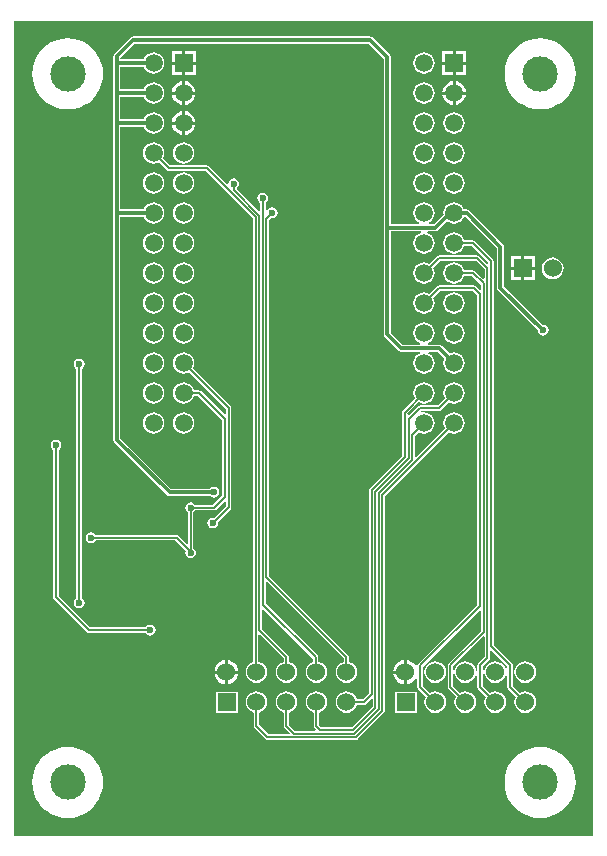
<source format=gbl>
G04*
G04 #@! TF.GenerationSoftware,Altium Limited,Altium Designer,19.1.6 (110)*
G04*
G04 Layer_Physical_Order=2*
G04 Layer_Color=16711680*
%FSLAX25Y25*%
%MOIN*%
G70*
G01*
G75*
%ADD45C,0.00591*%
%ADD46C,0.01181*%
%ADD48C,0.11811*%
%ADD49C,0.06000*%
%ADD50R,0.06000X0.06000*%
%ADD51C,0.05906*%
%ADD52R,0.05906X0.05906*%
%ADD53C,0.02362*%
G36*
X194882Y1969D02*
X1969D01*
Y273622D01*
X194882D01*
Y1969D01*
D02*
G37*
%LPC*%
G36*
X152453Y263453D02*
X149000D01*
Y260000D01*
X152453D01*
Y263453D01*
D02*
G37*
G36*
X62335D02*
X58882D01*
Y260000D01*
X62335D01*
Y263453D01*
D02*
G37*
G36*
X148000D02*
X144547D01*
Y260000D01*
X148000D01*
Y263453D01*
D02*
G37*
G36*
X57882D02*
X54429D01*
Y260000D01*
X57882D01*
Y263453D01*
D02*
G37*
G36*
X138500Y263074D02*
X137575Y262952D01*
X136713Y262595D01*
X135973Y262027D01*
X135405Y261287D01*
X135048Y260425D01*
X134926Y259500D01*
X135048Y258575D01*
X135405Y257713D01*
X135973Y256973D01*
X136713Y256405D01*
X137575Y256048D01*
X138500Y255926D01*
X139425Y256048D01*
X140287Y256405D01*
X141027Y256973D01*
X141595Y257713D01*
X141952Y258575D01*
X142074Y259500D01*
X141952Y260425D01*
X141595Y261287D01*
X141027Y262027D01*
X140287Y262595D01*
X139425Y262952D01*
X138500Y263074D01*
D02*
G37*
G36*
X152453Y259000D02*
X149000D01*
Y255547D01*
X152453D01*
Y259000D01*
D02*
G37*
G36*
X148000D02*
X144547D01*
Y255547D01*
X148000D01*
Y259000D01*
D02*
G37*
G36*
X62335D02*
X58882D01*
Y255547D01*
X62335D01*
Y259000D01*
D02*
G37*
G36*
X57882D02*
X54429D01*
Y255547D01*
X57882D01*
Y259000D01*
D02*
G37*
G36*
X58882Y253421D02*
Y250000D01*
X62303D01*
X62233Y250532D01*
X61835Y251493D01*
X61201Y252319D01*
X60375Y252953D01*
X59414Y253351D01*
X58882Y253421D01*
D02*
G37*
G36*
X149000D02*
Y250000D01*
X152421D01*
X152351Y250532D01*
X151953Y251493D01*
X151319Y252319D01*
X150493Y252953D01*
X149532Y253351D01*
X149000Y253421D01*
D02*
G37*
G36*
X57882D02*
X57350Y253351D01*
X56388Y252953D01*
X55563Y252319D01*
X54929Y251493D01*
X54531Y250532D01*
X54461Y250000D01*
X57882D01*
Y253421D01*
D02*
G37*
G36*
X148000D02*
X147468Y253351D01*
X146507Y252953D01*
X145681Y252319D01*
X145047Y251493D01*
X144649Y250532D01*
X144579Y250000D01*
X148000D01*
Y253421D01*
D02*
G37*
G36*
X138500Y253074D02*
X137575Y252952D01*
X136713Y252595D01*
X135973Y252027D01*
X135405Y251287D01*
X135048Y250425D01*
X134926Y249500D01*
X135048Y248575D01*
X135405Y247713D01*
X135973Y246973D01*
X136713Y246405D01*
X137575Y246048D01*
X138500Y245926D01*
X139425Y246048D01*
X140287Y246405D01*
X141027Y246973D01*
X141595Y247713D01*
X141952Y248575D01*
X142074Y249500D01*
X141952Y250425D01*
X141595Y251287D01*
X141027Y252027D01*
X140287Y252595D01*
X139425Y252952D01*
X138500Y253074D01*
D02*
G37*
G36*
X152421Y249000D02*
X149000D01*
Y245579D01*
X149532Y245649D01*
X150493Y246047D01*
X151319Y246681D01*
X151953Y247507D01*
X152351Y248468D01*
X152421Y249000D01*
D02*
G37*
G36*
X62303D02*
X58882D01*
Y245579D01*
X59414Y245649D01*
X60375Y246047D01*
X61201Y246681D01*
X61835Y247507D01*
X62233Y248468D01*
X62303Y249000D01*
D02*
G37*
G36*
X148000D02*
X144579D01*
X144649Y248468D01*
X145047Y247507D01*
X145681Y246681D01*
X146507Y246047D01*
X147468Y245649D01*
X148000Y245579D01*
Y249000D01*
D02*
G37*
G36*
X57882D02*
X54461D01*
X54531Y248468D01*
X54929Y247507D01*
X55563Y246681D01*
X56388Y246047D01*
X57350Y245649D01*
X57882Y245579D01*
Y249000D01*
D02*
G37*
G36*
X177165Y267753D02*
X175312Y267607D01*
X173504Y267173D01*
X171787Y266462D01*
X170202Y265490D01*
X168788Y264283D01*
X167580Y262869D01*
X166609Y261284D01*
X165898Y259567D01*
X165464Y257759D01*
X165318Y255906D01*
X165464Y254052D01*
X165898Y252244D01*
X166609Y250527D01*
X167580Y248942D01*
X168788Y247528D01*
X170202Y246321D01*
X171787Y245349D01*
X173504Y244638D01*
X175312Y244204D01*
X177165Y244058D01*
X179019Y244204D01*
X180826Y244638D01*
X182544Y245349D01*
X184129Y246321D01*
X185543Y247528D01*
X186750Y248942D01*
X187722Y250527D01*
X188433Y252244D01*
X188867Y254052D01*
X189013Y255906D01*
X188867Y257759D01*
X188433Y259567D01*
X187722Y261284D01*
X186750Y262869D01*
X185543Y264283D01*
X184129Y265490D01*
X182544Y266462D01*
X180826Y267173D01*
X179019Y267607D01*
X177165Y267753D01*
D02*
G37*
G36*
X19685D02*
X17832Y267607D01*
X16024Y267173D01*
X14306Y266462D01*
X12721Y265490D01*
X11308Y264283D01*
X10100Y262869D01*
X9129Y261284D01*
X8417Y259567D01*
X7983Y257759D01*
X7837Y255906D01*
X7983Y254052D01*
X8417Y252244D01*
X9129Y250527D01*
X10100Y248942D01*
X11308Y247528D01*
X12721Y246321D01*
X14306Y245349D01*
X16024Y244638D01*
X17832Y244204D01*
X19685Y244058D01*
X21538Y244204D01*
X23346Y244638D01*
X25064Y245349D01*
X26649Y246321D01*
X28062Y247528D01*
X29270Y248942D01*
X30241Y250527D01*
X30953Y252244D01*
X31387Y254052D01*
X31533Y255906D01*
X31387Y257759D01*
X30953Y259567D01*
X30241Y261284D01*
X29270Y262869D01*
X28062Y264283D01*
X26649Y265490D01*
X25064Y266462D01*
X23346Y267173D01*
X21538Y267607D01*
X19685Y267753D01*
D02*
G37*
G36*
X58882Y243421D02*
Y240000D01*
X62303D01*
X62233Y240532D01*
X61835Y241493D01*
X61201Y242319D01*
X60375Y242953D01*
X59414Y243351D01*
X58882Y243421D01*
D02*
G37*
G36*
X57882D02*
X57350Y243351D01*
X56388Y242953D01*
X55563Y242319D01*
X54929Y241493D01*
X54531Y240532D01*
X54461Y240000D01*
X57882D01*
Y243421D01*
D02*
G37*
G36*
X148500Y243074D02*
X147575Y242952D01*
X146713Y242595D01*
X145973Y242027D01*
X145405Y241287D01*
X145048Y240425D01*
X144926Y239500D01*
X145048Y238575D01*
X145405Y237713D01*
X145973Y236973D01*
X146713Y236405D01*
X147575Y236048D01*
X148500Y235926D01*
X149425Y236048D01*
X150287Y236405D01*
X151027Y236973D01*
X151595Y237713D01*
X151952Y238575D01*
X152074Y239500D01*
X151952Y240425D01*
X151595Y241287D01*
X151027Y242027D01*
X150287Y242595D01*
X149425Y242952D01*
X148500Y243074D01*
D02*
G37*
G36*
X138500D02*
X137575Y242952D01*
X136713Y242595D01*
X135973Y242027D01*
X135405Y241287D01*
X135048Y240425D01*
X134926Y239500D01*
X135048Y238575D01*
X135405Y237713D01*
X135973Y236973D01*
X136713Y236405D01*
X137575Y236048D01*
X138500Y235926D01*
X139425Y236048D01*
X140287Y236405D01*
X141027Y236973D01*
X141595Y237713D01*
X141952Y238575D01*
X142074Y239500D01*
X141952Y240425D01*
X141595Y241287D01*
X141027Y242027D01*
X140287Y242595D01*
X139425Y242952D01*
X138500Y243074D01*
D02*
G37*
G36*
X62303Y239000D02*
X58882D01*
Y235579D01*
X59414Y235649D01*
X60375Y236047D01*
X61201Y236681D01*
X61835Y237507D01*
X62233Y238468D01*
X62303Y239000D01*
D02*
G37*
G36*
X57882D02*
X54461D01*
X54531Y238468D01*
X54929Y237507D01*
X55563Y236681D01*
X56388Y236047D01*
X57350Y235649D01*
X57882Y235579D01*
Y239000D01*
D02*
G37*
G36*
X148500Y233074D02*
X147575Y232952D01*
X146713Y232595D01*
X145973Y232027D01*
X145405Y231287D01*
X145048Y230425D01*
X144926Y229500D01*
X145048Y228575D01*
X145405Y227713D01*
X145973Y226973D01*
X146713Y226405D01*
X147575Y226048D01*
X148500Y225926D01*
X149425Y226048D01*
X150287Y226405D01*
X151027Y226973D01*
X151595Y227713D01*
X151952Y228575D01*
X152074Y229500D01*
X151952Y230425D01*
X151595Y231287D01*
X151027Y232027D01*
X150287Y232595D01*
X149425Y232952D01*
X148500Y233074D01*
D02*
G37*
G36*
X138500D02*
X137575Y232952D01*
X136713Y232595D01*
X135973Y232027D01*
X135405Y231287D01*
X135048Y230425D01*
X134926Y229500D01*
X135048Y228575D01*
X135405Y227713D01*
X135973Y226973D01*
X136713Y226405D01*
X137575Y226048D01*
X138500Y225926D01*
X139425Y226048D01*
X140287Y226405D01*
X141027Y226973D01*
X141595Y227713D01*
X141952Y228575D01*
X142074Y229500D01*
X141952Y230425D01*
X141595Y231287D01*
X141027Y232027D01*
X140287Y232595D01*
X139425Y232952D01*
X138500Y233074D01*
D02*
G37*
G36*
X58382D02*
X57457Y232952D01*
X56595Y232595D01*
X55855Y232027D01*
X55287Y231287D01*
X54930Y230425D01*
X54808Y229500D01*
X54930Y228575D01*
X55287Y227713D01*
X55855Y226973D01*
X56595Y226405D01*
X57457Y226048D01*
X58382Y225926D01*
X59307Y226048D01*
X60169Y226405D01*
X60909Y226973D01*
X61477Y227713D01*
X61834Y228575D01*
X61956Y229500D01*
X61834Y230425D01*
X61477Y231287D01*
X60909Y232027D01*
X60169Y232595D01*
X59307Y232952D01*
X58382Y233074D01*
D02*
G37*
G36*
X148500Y223074D02*
X147575Y222952D01*
X146713Y222595D01*
X145973Y222027D01*
X145405Y221287D01*
X145048Y220425D01*
X144926Y219500D01*
X145048Y218575D01*
X145405Y217713D01*
X145973Y216973D01*
X146713Y216405D01*
X147575Y216048D01*
X148500Y215926D01*
X149425Y216048D01*
X150287Y216405D01*
X151027Y216973D01*
X151595Y217713D01*
X151952Y218575D01*
X152074Y219500D01*
X151952Y220425D01*
X151595Y221287D01*
X151027Y222027D01*
X150287Y222595D01*
X149425Y222952D01*
X148500Y223074D01*
D02*
G37*
G36*
X138500D02*
X137575Y222952D01*
X136713Y222595D01*
X135973Y222027D01*
X135405Y221287D01*
X135048Y220425D01*
X134926Y219500D01*
X135048Y218575D01*
X135405Y217713D01*
X135973Y216973D01*
X136713Y216405D01*
X137575Y216048D01*
X138500Y215926D01*
X139425Y216048D01*
X140287Y216405D01*
X141027Y216973D01*
X141595Y217713D01*
X141952Y218575D01*
X142074Y219500D01*
X141952Y220425D01*
X141595Y221287D01*
X141027Y222027D01*
X140287Y222595D01*
X139425Y222952D01*
X138500Y223074D01*
D02*
G37*
G36*
X58382D02*
X57457Y222952D01*
X56595Y222595D01*
X55855Y222027D01*
X55287Y221287D01*
X54930Y220425D01*
X54808Y219500D01*
X54930Y218575D01*
X55287Y217713D01*
X55855Y216973D01*
X56595Y216405D01*
X57457Y216048D01*
X58382Y215926D01*
X59307Y216048D01*
X60169Y216405D01*
X60909Y216973D01*
X61477Y217713D01*
X61834Y218575D01*
X61956Y219500D01*
X61834Y220425D01*
X61477Y221287D01*
X60909Y222027D01*
X60169Y222595D01*
X59307Y222952D01*
X58382Y223074D01*
D02*
G37*
G36*
X48382D02*
X47457Y222952D01*
X46595Y222595D01*
X45855Y222027D01*
X45287Y221287D01*
X44930Y220425D01*
X44808Y219500D01*
X44930Y218575D01*
X45287Y217713D01*
X45855Y216973D01*
X46595Y216405D01*
X47457Y216048D01*
X48382Y215926D01*
X49307Y216048D01*
X50169Y216405D01*
X50909Y216973D01*
X51477Y217713D01*
X51834Y218575D01*
X51956Y219500D01*
X51834Y220425D01*
X51477Y221287D01*
X50909Y222027D01*
X50169Y222595D01*
X49307Y222952D01*
X48382Y223074D01*
D02*
G37*
G36*
Y233074D02*
X47457Y232952D01*
X46595Y232595D01*
X45855Y232027D01*
X45287Y231287D01*
X44930Y230425D01*
X44808Y229500D01*
X44930Y228575D01*
X45287Y227713D01*
X45855Y226973D01*
X46595Y226405D01*
X47457Y226048D01*
X48382Y225926D01*
X49307Y226048D01*
X50169Y226405D01*
X50186Y226418D01*
X52743Y223861D01*
X53036Y223666D01*
X53382Y223597D01*
X65626D01*
X81497Y207726D01*
Y59918D01*
X80807Y59632D01*
X80057Y59057D01*
X79482Y58307D01*
X79120Y57433D01*
X78997Y56496D01*
X79120Y55559D01*
X79482Y54685D01*
X80057Y53935D01*
X80807Y53360D01*
X81681Y52998D01*
X82618Y52874D01*
X83555Y52998D01*
X84429Y53360D01*
X85179Y53935D01*
X85754Y54685D01*
X86116Y55559D01*
X86240Y56496D01*
X86116Y57433D01*
X85754Y58307D01*
X85179Y59057D01*
X84429Y59632D01*
X83555Y59994D01*
X83303Y60027D01*
Y68900D01*
X83765Y69091D01*
X91715Y61142D01*
Y59999D01*
X91681Y59994D01*
X90807Y59632D01*
X90057Y59057D01*
X89482Y58307D01*
X89120Y57433D01*
X88997Y56496D01*
X89120Y55559D01*
X89482Y54685D01*
X90057Y53935D01*
X90807Y53360D01*
X91681Y52998D01*
X92618Y52874D01*
X93555Y52998D01*
X94429Y53360D01*
X95179Y53935D01*
X95754Y54685D01*
X96116Y55559D01*
X96240Y56496D01*
X96116Y57433D01*
X95754Y58307D01*
X95179Y59057D01*
X94429Y59632D01*
X93555Y59994D01*
X93521Y59999D01*
Y61516D01*
X93453Y61861D01*
X93257Y62154D01*
X84484Y70927D01*
Y77342D01*
X84946Y77533D01*
X101497Y60983D01*
Y59918D01*
X100807Y59632D01*
X100057Y59057D01*
X99482Y58307D01*
X99120Y57433D01*
X98997Y56496D01*
X99120Y55559D01*
X99482Y54685D01*
X100057Y53935D01*
X100807Y53360D01*
X101681Y52998D01*
X102618Y52874D01*
X103555Y52998D01*
X104429Y53360D01*
X105179Y53935D01*
X105754Y54685D01*
X106116Y55559D01*
X106240Y56496D01*
X106116Y57433D01*
X105754Y58307D01*
X105179Y59057D01*
X104429Y59632D01*
X103555Y59994D01*
X103303Y60027D01*
Y61357D01*
X103303Y61357D01*
X103234Y61702D01*
X103039Y61995D01*
X103039Y61995D01*
X85665Y79369D01*
Y86636D01*
X86127Y86828D01*
X111715Y61240D01*
Y59999D01*
X111681Y59994D01*
X110807Y59632D01*
X110057Y59057D01*
X109482Y58307D01*
X109120Y57433D01*
X108997Y56496D01*
X109120Y55559D01*
X109482Y54685D01*
X110057Y53935D01*
X110807Y53360D01*
X111681Y52998D01*
X112618Y52874D01*
X113555Y52998D01*
X114429Y53360D01*
X115179Y53935D01*
X115754Y54685D01*
X116116Y55559D01*
X116240Y56496D01*
X116116Y57433D01*
X115754Y58307D01*
X115179Y59057D01*
X114429Y59632D01*
X113555Y59994D01*
X113521Y59999D01*
Y61614D01*
X113452Y61960D01*
X113257Y62253D01*
X86847Y88663D01*
Y207269D01*
X87459Y207881D01*
X87900Y207794D01*
X88591Y207931D01*
X89177Y208323D01*
X89569Y208909D01*
X89706Y209600D01*
X89569Y210291D01*
X89177Y210877D01*
X88591Y211269D01*
X87900Y211406D01*
X87209Y211269D01*
X86623Y210877D01*
X86231Y210291D01*
X86165Y209961D01*
X85665Y210010D01*
Y213014D01*
X85977Y213223D01*
X86369Y213809D01*
X86506Y214500D01*
X86369Y215191D01*
X85977Y215777D01*
X85391Y216169D01*
X84700Y216306D01*
X84009Y216169D01*
X83423Y215777D01*
X83031Y215191D01*
X82894Y214500D01*
X83031Y213809D01*
X83423Y213223D01*
X83859Y212931D01*
Y210242D01*
X83397Y210051D01*
X76106Y217342D01*
X76154Y217940D01*
X76277Y218023D01*
X76669Y218609D01*
X76806Y219300D01*
X76669Y219991D01*
X76277Y220577D01*
X75691Y220969D01*
X75000Y221106D01*
X74309Y220969D01*
X73723Y220577D01*
X73331Y219991D01*
X73194Y219300D01*
X73196Y219288D01*
X72735Y219042D01*
X66639Y225139D01*
X66346Y225334D01*
X66000Y225403D01*
X53756D01*
X51464Y227696D01*
X51477Y227713D01*
X51834Y228575D01*
X51956Y229500D01*
X51834Y230425D01*
X51477Y231287D01*
X50909Y232027D01*
X50169Y232595D01*
X49307Y232952D01*
X48382Y233074D01*
D02*
G37*
G36*
X58382Y213074D02*
X57457Y212952D01*
X56595Y212595D01*
X55855Y212027D01*
X55287Y211287D01*
X54930Y210425D01*
X54808Y209500D01*
X54930Y208575D01*
X55287Y207713D01*
X55855Y206973D01*
X56595Y206405D01*
X57457Y206048D01*
X58382Y205926D01*
X59307Y206048D01*
X60169Y206405D01*
X60909Y206973D01*
X61477Y207713D01*
X61834Y208575D01*
X61956Y209500D01*
X61834Y210425D01*
X61477Y211287D01*
X60909Y212027D01*
X60169Y212595D01*
X59307Y212952D01*
X58382Y213074D01*
D02*
G37*
G36*
Y203074D02*
X57457Y202952D01*
X56595Y202595D01*
X55855Y202027D01*
X55287Y201287D01*
X54930Y200425D01*
X54808Y199500D01*
X54930Y198575D01*
X55287Y197713D01*
X55855Y196973D01*
X56595Y196405D01*
X57457Y196048D01*
X58382Y195926D01*
X59307Y196048D01*
X60169Y196405D01*
X60909Y196973D01*
X61477Y197713D01*
X61834Y198575D01*
X61956Y199500D01*
X61834Y200425D01*
X61477Y201287D01*
X60909Y202027D01*
X60169Y202595D01*
X59307Y202952D01*
X58382Y203074D01*
D02*
G37*
G36*
X48382D02*
X47457Y202952D01*
X46595Y202595D01*
X45855Y202027D01*
X45287Y201287D01*
X44930Y200425D01*
X44808Y199500D01*
X44930Y198575D01*
X45287Y197713D01*
X45855Y196973D01*
X46595Y196405D01*
X47457Y196048D01*
X48382Y195926D01*
X49307Y196048D01*
X50169Y196405D01*
X50909Y196973D01*
X51477Y197713D01*
X51834Y198575D01*
X51956Y199500D01*
X51834Y200425D01*
X51477Y201287D01*
X50909Y202027D01*
X50169Y202595D01*
X49307Y202952D01*
X48382Y203074D01*
D02*
G37*
G36*
X148500D02*
X147575Y202952D01*
X146713Y202595D01*
X145973Y202027D01*
X145405Y201287D01*
X145048Y200425D01*
X144926Y199500D01*
X145048Y198575D01*
X145405Y197713D01*
X145973Y196973D01*
X146713Y196405D01*
X147575Y196048D01*
X148500Y195926D01*
X149425Y196048D01*
X150287Y196405D01*
X151027Y196973D01*
X151595Y197713D01*
X151952Y198575D01*
X151955Y198597D01*
X154526D01*
X159897Y193226D01*
Y192734D01*
X159435Y192542D01*
X156839Y195139D01*
X156546Y195334D01*
X156200Y195403D01*
X143500D01*
X143154Y195334D01*
X142861Y195139D01*
X140304Y192582D01*
X140287Y192595D01*
X139425Y192952D01*
X138500Y193074D01*
X137575Y192952D01*
X136713Y192595D01*
X135973Y192027D01*
X135405Y191287D01*
X135048Y190425D01*
X134926Y189500D01*
X135048Y188575D01*
X135405Y187713D01*
X135973Y186973D01*
X136713Y186405D01*
X137575Y186048D01*
X138500Y185926D01*
X139425Y186048D01*
X140287Y186405D01*
X141027Y186973D01*
X141595Y187713D01*
X141952Y188575D01*
X142074Y189500D01*
X141952Y190425D01*
X141595Y191287D01*
X141582Y191304D01*
X143874Y193597D01*
X155826D01*
X158678Y190745D01*
Y187682D01*
X158216Y187491D01*
X155568Y190139D01*
X155275Y190334D01*
X154930Y190403D01*
X151955D01*
X151952Y190425D01*
X151595Y191287D01*
X151027Y192027D01*
X150287Y192595D01*
X149425Y192952D01*
X148500Y193074D01*
X147575Y192952D01*
X146713Y192595D01*
X145973Y192027D01*
X145405Y191287D01*
X145048Y190425D01*
X144926Y189500D01*
X145048Y188575D01*
X145405Y187713D01*
X145973Y186973D01*
X146713Y186405D01*
X147575Y186048D01*
X148500Y185926D01*
X149425Y186048D01*
X150287Y186405D01*
X151027Y186973D01*
X151595Y187713D01*
X151952Y188575D01*
X151955Y188597D01*
X154556D01*
X157497Y185656D01*
Y184034D01*
X157035Y183842D01*
X155739Y185139D01*
X155446Y185334D01*
X155100Y185403D01*
X143500D01*
X143154Y185334D01*
X142861Y185139D01*
X140304Y182582D01*
X140287Y182595D01*
X139425Y182952D01*
X138500Y183074D01*
X137575Y182952D01*
X136713Y182595D01*
X135973Y182027D01*
X135405Y181287D01*
X135048Y180425D01*
X134926Y179500D01*
X135048Y178575D01*
X135405Y177713D01*
X135973Y176973D01*
X136713Y176405D01*
X137575Y176048D01*
X138500Y175926D01*
X139425Y176048D01*
X140287Y176405D01*
X141027Y176973D01*
X141595Y177713D01*
X141952Y178575D01*
X142074Y179500D01*
X141952Y180425D01*
X141595Y181287D01*
X141582Y181304D01*
X143874Y183597D01*
X154726D01*
X156197Y182126D01*
Y78974D01*
X136561Y59339D01*
X136366Y59046D01*
X136297Y58700D01*
Y58422D01*
X135797Y58323D01*
X135718Y58513D01*
X135077Y59349D01*
X134241Y59990D01*
X133268Y60393D01*
X132724Y60465D01*
Y56496D01*
Y52527D01*
X133268Y52599D01*
X134241Y53002D01*
X135077Y53643D01*
X135718Y54479D01*
X135797Y54669D01*
X136297Y54570D01*
Y51520D01*
X136366Y51174D01*
X136561Y50881D01*
X139109Y48334D01*
X139088Y48307D01*
X138726Y47433D01*
X138602Y46496D01*
X138726Y45559D01*
X139088Y44685D01*
X139663Y43935D01*
X140413Y43360D01*
X141287Y42998D01*
X142224Y42875D01*
X143161Y42998D01*
X144035Y43360D01*
X144785Y43935D01*
X145360Y44685D01*
X145722Y45559D01*
X145846Y46496D01*
X145722Y47433D01*
X145360Y48307D01*
X144785Y49057D01*
X144035Y49632D01*
X143161Y49994D01*
X142224Y50118D01*
X141287Y49994D01*
X140413Y49632D01*
X140386Y49611D01*
X138103Y51894D01*
Y58326D01*
X157035Y77258D01*
X157497Y77066D01*
Y70274D01*
X146661Y59439D01*
X146466Y59146D01*
X146397Y58800D01*
Y51420D01*
X146466Y51074D01*
X146661Y50781D01*
X149109Y48334D01*
X149088Y48307D01*
X148726Y47433D01*
X148602Y46496D01*
X148726Y45559D01*
X149088Y44685D01*
X149663Y43935D01*
X150413Y43360D01*
X151287Y42998D01*
X152224Y42875D01*
X153161Y42998D01*
X154035Y43360D01*
X154785Y43935D01*
X155360Y44685D01*
X155722Y45559D01*
X155846Y46496D01*
X155722Y47433D01*
X155360Y48307D01*
X154785Y49057D01*
X154035Y49632D01*
X153161Y49994D01*
X152224Y50118D01*
X151287Y49994D01*
X150413Y49632D01*
X150386Y49611D01*
X148203Y51794D01*
Y55699D01*
X148703Y55731D01*
X148726Y55559D01*
X149088Y54685D01*
X149663Y53935D01*
X150413Y53360D01*
X151287Y52998D01*
X152224Y52874D01*
X153161Y52998D01*
X154035Y53360D01*
X154785Y53935D01*
X155360Y54685D01*
X155722Y55559D01*
X155797Y56126D01*
X156297Y56093D01*
Y51520D01*
X156366Y51174D01*
X156561Y50881D01*
X159109Y48334D01*
X159088Y48307D01*
X158726Y47433D01*
X158602Y46496D01*
X158726Y45559D01*
X159088Y44685D01*
X159663Y43935D01*
X160413Y43360D01*
X161287Y42998D01*
X162224Y42875D01*
X163161Y42998D01*
X164035Y43360D01*
X164785Y43935D01*
X165360Y44685D01*
X165722Y45559D01*
X165846Y46496D01*
X165722Y47433D01*
X165360Y48307D01*
X164785Y49057D01*
X164035Y49632D01*
X163161Y49994D01*
X162224Y50118D01*
X161287Y49994D01*
X160413Y49632D01*
X160386Y49611D01*
X158103Y51894D01*
Y58426D01*
X160220Y60542D01*
X160220Y60543D01*
X160415Y60835D01*
X160484Y61181D01*
Y63685D01*
X160946Y63876D01*
X166297Y58526D01*
Y56899D01*
X165797Y56866D01*
X165722Y57433D01*
X165360Y58307D01*
X164785Y59057D01*
X164035Y59632D01*
X163161Y59994D01*
X162224Y60118D01*
X161287Y59994D01*
X160413Y59632D01*
X159663Y59057D01*
X159088Y58307D01*
X158726Y57433D01*
X158602Y56496D01*
X158726Y55559D01*
X159088Y54685D01*
X159663Y53935D01*
X160413Y53360D01*
X161287Y52998D01*
X162224Y52874D01*
X163161Y52998D01*
X164035Y53360D01*
X164785Y53935D01*
X165360Y54685D01*
X165722Y55559D01*
X165797Y56126D01*
X166297Y56093D01*
Y51520D01*
X166366Y51174D01*
X166561Y50881D01*
X169109Y48334D01*
X169088Y48307D01*
X168726Y47433D01*
X168603Y46496D01*
X168726Y45559D01*
X169088Y44685D01*
X169663Y43935D01*
X170413Y43360D01*
X171287Y42998D01*
X172224Y42875D01*
X173161Y42998D01*
X174035Y43360D01*
X174785Y43935D01*
X175360Y44685D01*
X175722Y45559D01*
X175846Y46496D01*
X175722Y47433D01*
X175360Y48307D01*
X174785Y49057D01*
X174035Y49632D01*
X173161Y49994D01*
X172224Y50118D01*
X171287Y49994D01*
X170413Y49632D01*
X170386Y49611D01*
X168103Y51894D01*
Y58900D01*
X168103Y58900D01*
X168034Y59246D01*
X167839Y59539D01*
X161703Y65674D01*
Y193600D01*
X161634Y193946D01*
X161439Y194239D01*
X155539Y200139D01*
X155246Y200334D01*
X154900Y200403D01*
X151955D01*
X151952Y200425D01*
X151595Y201287D01*
X151027Y202027D01*
X150287Y202595D01*
X149425Y202952D01*
X148500Y203074D01*
D02*
G37*
G36*
X175357Y195100D02*
X171858D01*
Y191600D01*
X175357D01*
Y195100D01*
D02*
G37*
G36*
X170858D02*
X167358D01*
Y191600D01*
X170858D01*
Y195100D01*
D02*
G37*
G36*
X181358Y194721D02*
X180420Y194598D01*
X179547Y194236D01*
X178797Y193661D01*
X178221Y192911D01*
X177859Y192037D01*
X177736Y191100D01*
X177859Y190163D01*
X178221Y189289D01*
X178797Y188539D01*
X179547Y187964D01*
X180420Y187602D01*
X181358Y187478D01*
X182295Y187602D01*
X183168Y187964D01*
X183918Y188539D01*
X184494Y189289D01*
X184856Y190163D01*
X184979Y191100D01*
X184856Y192037D01*
X184494Y192911D01*
X183918Y193661D01*
X183168Y194236D01*
X182295Y194598D01*
X181358Y194721D01*
D02*
G37*
G36*
X175357Y190600D02*
X171858D01*
Y187100D01*
X175357D01*
Y190600D01*
D02*
G37*
G36*
X170858D02*
X167358D01*
Y187100D01*
X170858D01*
Y190600D01*
D02*
G37*
G36*
X58382Y193074D02*
X57457Y192952D01*
X56595Y192595D01*
X55855Y192027D01*
X55287Y191287D01*
X54930Y190425D01*
X54808Y189500D01*
X54930Y188575D01*
X55287Y187713D01*
X55855Y186973D01*
X56595Y186405D01*
X57457Y186048D01*
X58382Y185926D01*
X59307Y186048D01*
X60169Y186405D01*
X60909Y186973D01*
X61477Y187713D01*
X61834Y188575D01*
X61956Y189500D01*
X61834Y190425D01*
X61477Y191287D01*
X60909Y192027D01*
X60169Y192595D01*
X59307Y192952D01*
X58382Y193074D01*
D02*
G37*
G36*
X48382D02*
X47457Y192952D01*
X46595Y192595D01*
X45855Y192027D01*
X45287Y191287D01*
X44930Y190425D01*
X44808Y189500D01*
X44930Y188575D01*
X45287Y187713D01*
X45855Y186973D01*
X46595Y186405D01*
X47457Y186048D01*
X48382Y185926D01*
X49307Y186048D01*
X50169Y186405D01*
X50909Y186973D01*
X51477Y187713D01*
X51834Y188575D01*
X51956Y189500D01*
X51834Y190425D01*
X51477Y191287D01*
X50909Y192027D01*
X50169Y192595D01*
X49307Y192952D01*
X48382Y193074D01*
D02*
G37*
G36*
X148500Y183074D02*
X147575Y182952D01*
X146713Y182595D01*
X145973Y182027D01*
X145405Y181287D01*
X145048Y180425D01*
X144926Y179500D01*
X145048Y178575D01*
X145405Y177713D01*
X145973Y176973D01*
X146713Y176405D01*
X147575Y176048D01*
X148500Y175926D01*
X149425Y176048D01*
X150287Y176405D01*
X151027Y176973D01*
X151595Y177713D01*
X151952Y178575D01*
X152074Y179500D01*
X151952Y180425D01*
X151595Y181287D01*
X151027Y182027D01*
X150287Y182595D01*
X149425Y182952D01*
X148500Y183074D01*
D02*
G37*
G36*
X58382D02*
X57457Y182952D01*
X56595Y182595D01*
X55855Y182027D01*
X55287Y181287D01*
X54930Y180425D01*
X54808Y179500D01*
X54930Y178575D01*
X55287Y177713D01*
X55855Y176973D01*
X56595Y176405D01*
X57457Y176048D01*
X58382Y175926D01*
X59307Y176048D01*
X60169Y176405D01*
X60909Y176973D01*
X61477Y177713D01*
X61834Y178575D01*
X61956Y179500D01*
X61834Y180425D01*
X61477Y181287D01*
X60909Y182027D01*
X60169Y182595D01*
X59307Y182952D01*
X58382Y183074D01*
D02*
G37*
G36*
X48382D02*
X47457Y182952D01*
X46595Y182595D01*
X45855Y182027D01*
X45287Y181287D01*
X44930Y180425D01*
X44808Y179500D01*
X44930Y178575D01*
X45287Y177713D01*
X45855Y176973D01*
X46595Y176405D01*
X47457Y176048D01*
X48382Y175926D01*
X49307Y176048D01*
X50169Y176405D01*
X50909Y176973D01*
X51477Y177713D01*
X51834Y178575D01*
X51956Y179500D01*
X51834Y180425D01*
X51477Y181287D01*
X50909Y182027D01*
X50169Y182595D01*
X49307Y182952D01*
X48382Y183074D01*
D02*
G37*
G36*
X120500Y268404D02*
X120500Y268404D01*
X41500D01*
X41039Y268313D01*
X40648Y268052D01*
X40648Y268052D01*
X35249Y262651D01*
X34987Y262261D01*
X34896Y261800D01*
X34896Y261800D01*
Y259500D01*
Y249300D01*
X34896Y249300D01*
X34896Y249300D01*
Y239500D01*
Y209600D01*
X34896Y209600D01*
X34896Y209600D01*
Y134000D01*
X34896Y134000D01*
X34987Y133539D01*
X35249Y133149D01*
X52849Y115549D01*
X53239Y115287D01*
X53700Y115196D01*
X53700Y115196D01*
X67074D01*
X67123Y115123D01*
X67709Y114731D01*
X68400Y114594D01*
X69091Y114731D01*
X69677Y115123D01*
X70069Y115709D01*
X70206Y116400D01*
X70069Y117091D01*
X69677Y117677D01*
X69091Y118069D01*
X68400Y118206D01*
X67709Y118069D01*
X67123Y117677D01*
X67074Y117604D01*
X54199D01*
X37304Y134499D01*
Y208296D01*
X45046D01*
X45287Y207713D01*
X45855Y206973D01*
X46595Y206405D01*
X47457Y206048D01*
X48382Y205926D01*
X49307Y206048D01*
X50169Y206405D01*
X50909Y206973D01*
X51477Y207713D01*
X51834Y208575D01*
X51956Y209500D01*
X51834Y210425D01*
X51477Y211287D01*
X50909Y212027D01*
X50169Y212595D01*
X49307Y212952D01*
X48382Y213074D01*
X47457Y212952D01*
X46595Y212595D01*
X45855Y212027D01*
X45287Y211287D01*
X45046Y210704D01*
X37304D01*
Y238296D01*
X45046D01*
X45287Y237713D01*
X45855Y236973D01*
X46595Y236405D01*
X47457Y236048D01*
X48382Y235926D01*
X49307Y236048D01*
X50169Y236405D01*
X50909Y236973D01*
X51477Y237713D01*
X51834Y238575D01*
X51956Y239500D01*
X51834Y240425D01*
X51477Y241287D01*
X50909Y242027D01*
X50169Y242595D01*
X49307Y242952D01*
X48382Y243074D01*
X47457Y242952D01*
X46595Y242595D01*
X45855Y242027D01*
X45287Y241287D01*
X45046Y240704D01*
X37304D01*
Y248296D01*
X45046D01*
X45287Y247713D01*
X45855Y246973D01*
X46595Y246405D01*
X47457Y246048D01*
X48382Y245926D01*
X49307Y246048D01*
X50169Y246405D01*
X50909Y246973D01*
X51477Y247713D01*
X51834Y248575D01*
X51956Y249500D01*
X51834Y250425D01*
X51477Y251287D01*
X50909Y252027D01*
X50169Y252595D01*
X49307Y252952D01*
X48382Y253074D01*
X47457Y252952D01*
X46595Y252595D01*
X45855Y252027D01*
X45287Y251287D01*
X45046Y250704D01*
X37304D01*
Y258296D01*
X45046D01*
X45287Y257713D01*
X45855Y256973D01*
X46595Y256405D01*
X47457Y256048D01*
X48382Y255926D01*
X49307Y256048D01*
X50169Y256405D01*
X50909Y256973D01*
X51477Y257713D01*
X51834Y258575D01*
X51956Y259500D01*
X51834Y260425D01*
X51477Y261287D01*
X50909Y262027D01*
X50169Y262595D01*
X49307Y262952D01*
X48382Y263074D01*
X47457Y262952D01*
X46595Y262595D01*
X45855Y262027D01*
X45287Y261287D01*
X45046Y260704D01*
X37304D01*
Y261301D01*
X41999Y265996D01*
X120001D01*
X125096Y260901D01*
Y204400D01*
X125096Y204400D01*
X125096Y204400D01*
Y169100D01*
X125096Y169100D01*
X125187Y168639D01*
X125449Y168248D01*
X130091Y163606D01*
X130091Y163606D01*
X130482Y163345D01*
X130942Y163253D01*
X136995D01*
X137095Y162753D01*
X136713Y162595D01*
X135973Y162027D01*
X135405Y161287D01*
X135048Y160425D01*
X134926Y159500D01*
X135048Y158575D01*
X135405Y157713D01*
X135973Y156973D01*
X136713Y156405D01*
X137575Y156048D01*
X138500Y155926D01*
X139425Y156048D01*
X140287Y156405D01*
X141027Y156973D01*
X141595Y157713D01*
X141952Y158575D01*
X142074Y159500D01*
X141952Y160425D01*
X141595Y161287D01*
X141027Y162027D01*
X140287Y162595D01*
X139905Y162753D01*
X140005Y163253D01*
X143044D01*
X145289Y161008D01*
X145048Y160425D01*
X144926Y159500D01*
X145048Y158575D01*
X145405Y157713D01*
X145973Y156973D01*
X146713Y156405D01*
X147575Y156048D01*
X148500Y155926D01*
X149425Y156048D01*
X150287Y156405D01*
X151027Y156973D01*
X151595Y157713D01*
X151952Y158575D01*
X152074Y159500D01*
X151952Y160425D01*
X151595Y161287D01*
X151027Y162027D01*
X150287Y162595D01*
X149425Y162952D01*
X148500Y163074D01*
X147575Y162952D01*
X146992Y162711D01*
X144394Y165309D01*
X144003Y165570D01*
X143543Y165662D01*
X143543Y165662D01*
X139799D01*
X139700Y166162D01*
X140287Y166405D01*
X141027Y166973D01*
X141595Y167713D01*
X141952Y168575D01*
X142074Y169500D01*
X141952Y170425D01*
X141595Y171287D01*
X141027Y172027D01*
X140287Y172595D01*
X139425Y172952D01*
X138500Y173074D01*
X137575Y172952D01*
X136713Y172595D01*
X135973Y172027D01*
X135405Y171287D01*
X135048Y170425D01*
X134926Y169500D01*
X135048Y168575D01*
X135405Y167713D01*
X135973Y166973D01*
X136713Y166405D01*
X137300Y166162D01*
X137201Y165662D01*
X131441D01*
X127504Y169599D01*
Y203396D01*
X137340D01*
X137439Y202896D01*
X136713Y202595D01*
X135973Y202027D01*
X135405Y201287D01*
X135048Y200425D01*
X134926Y199500D01*
X135048Y198575D01*
X135405Y197713D01*
X135973Y196973D01*
X136713Y196405D01*
X137575Y196048D01*
X138500Y195926D01*
X139425Y196048D01*
X140287Y196405D01*
X141027Y196973D01*
X141595Y197713D01*
X141952Y198575D01*
X142074Y199500D01*
X141952Y200425D01*
X141595Y201287D01*
X141027Y202027D01*
X140287Y202595D01*
X139561Y202896D01*
X139660Y203396D01*
X142300D01*
X142300Y203396D01*
X142761Y203487D01*
X143151Y203748D01*
X146201Y206798D01*
X146713Y206405D01*
X147575Y206048D01*
X148500Y205926D01*
X149425Y206048D01*
X150287Y206405D01*
X151027Y206973D01*
X151595Y207713D01*
X151769Y208133D01*
X152298Y208199D01*
X162772Y197725D01*
Y184624D01*
X162772Y184624D01*
X162864Y184163D01*
X163125Y183772D01*
X176411Y170486D01*
X176394Y170400D01*
X176531Y169709D01*
X176923Y169123D01*
X177509Y168731D01*
X178200Y168594D01*
X178891Y168731D01*
X179477Y169123D01*
X179869Y169709D01*
X180006Y170400D01*
X179869Y171091D01*
X179477Y171677D01*
X178891Y172069D01*
X178200Y172206D01*
X178114Y172189D01*
X165181Y185122D01*
Y198224D01*
X165181Y198224D01*
X165089Y198685D01*
X164828Y199075D01*
X153551Y210351D01*
X153161Y210613D01*
X152700Y210704D01*
X152700Y210704D01*
X151836D01*
X151595Y211287D01*
X151027Y212027D01*
X150287Y212595D01*
X149425Y212952D01*
X148500Y213074D01*
X147575Y212952D01*
X146713Y212595D01*
X145973Y212027D01*
X145405Y211287D01*
X145048Y210425D01*
X144926Y209500D01*
X144992Y208996D01*
X141801Y205804D01*
X140143D01*
X140044Y206304D01*
X140287Y206405D01*
X141027Y206973D01*
X141595Y207713D01*
X141952Y208575D01*
X142074Y209500D01*
X141952Y210425D01*
X141595Y211287D01*
X141027Y212027D01*
X140287Y212595D01*
X139425Y212952D01*
X138500Y213074D01*
X137575Y212952D01*
X136713Y212595D01*
X135973Y212027D01*
X135405Y211287D01*
X135048Y210425D01*
X134926Y209500D01*
X135048Y208575D01*
X135405Y207713D01*
X135973Y206973D01*
X136713Y206405D01*
X136956Y206304D01*
X136857Y205804D01*
X127504D01*
Y261400D01*
X127504Y261400D01*
X127413Y261861D01*
X127152Y262251D01*
X121352Y268052D01*
X120961Y268313D01*
X120500Y268404D01*
D02*
G37*
G36*
X148500Y173074D02*
X147575Y172952D01*
X146713Y172595D01*
X145973Y172027D01*
X145405Y171287D01*
X145048Y170425D01*
X144926Y169500D01*
X145048Y168575D01*
X145405Y167713D01*
X145973Y166973D01*
X146713Y166405D01*
X147575Y166048D01*
X148500Y165926D01*
X149425Y166048D01*
X150287Y166405D01*
X151027Y166973D01*
X151595Y167713D01*
X151952Y168575D01*
X152074Y169500D01*
X151952Y170425D01*
X151595Y171287D01*
X151027Y172027D01*
X150287Y172595D01*
X149425Y172952D01*
X148500Y173074D01*
D02*
G37*
G36*
X58382D02*
X57457Y172952D01*
X56595Y172595D01*
X55855Y172027D01*
X55287Y171287D01*
X54930Y170425D01*
X54808Y169500D01*
X54930Y168575D01*
X55287Y167713D01*
X55855Y166973D01*
X56595Y166405D01*
X57457Y166048D01*
X58382Y165926D01*
X59307Y166048D01*
X60169Y166405D01*
X60909Y166973D01*
X61477Y167713D01*
X61834Y168575D01*
X61956Y169500D01*
X61834Y170425D01*
X61477Y171287D01*
X60909Y172027D01*
X60169Y172595D01*
X59307Y172952D01*
X58382Y173074D01*
D02*
G37*
G36*
X48382D02*
X47457Y172952D01*
X46595Y172595D01*
X45855Y172027D01*
X45287Y171287D01*
X44930Y170425D01*
X44808Y169500D01*
X44930Y168575D01*
X45287Y167713D01*
X45855Y166973D01*
X46595Y166405D01*
X47457Y166048D01*
X48382Y165926D01*
X49307Y166048D01*
X50169Y166405D01*
X50909Y166973D01*
X51477Y167713D01*
X51834Y168575D01*
X51956Y169500D01*
X51834Y170425D01*
X51477Y171287D01*
X50909Y172027D01*
X50169Y172595D01*
X49307Y172952D01*
X48382Y173074D01*
D02*
G37*
G36*
Y163074D02*
X47457Y162952D01*
X46595Y162595D01*
X45855Y162027D01*
X45287Y161287D01*
X44930Y160425D01*
X44808Y159500D01*
X44930Y158575D01*
X45287Y157713D01*
X45855Y156973D01*
X46595Y156405D01*
X47457Y156048D01*
X48382Y155926D01*
X49307Y156048D01*
X50169Y156405D01*
X50909Y156973D01*
X51477Y157713D01*
X51834Y158575D01*
X51956Y159500D01*
X51834Y160425D01*
X51477Y161287D01*
X50909Y162027D01*
X50169Y162595D01*
X49307Y162952D01*
X48382Y163074D01*
D02*
G37*
G36*
X148500Y153074D02*
X147575Y152952D01*
X146713Y152595D01*
X145973Y152027D01*
X145405Y151287D01*
X145048Y150425D01*
X144926Y149500D01*
X145048Y148575D01*
X145405Y147713D01*
X145418Y147696D01*
X143126Y145403D01*
X137100D01*
X136754Y145334D01*
X136461Y145139D01*
X133518Y142195D01*
X133009Y142389D01*
X132973Y142696D01*
X136696Y146418D01*
X136713Y146405D01*
X137575Y146048D01*
X138500Y145926D01*
X139425Y146048D01*
X140287Y146405D01*
X141027Y146973D01*
X141595Y147713D01*
X141952Y148575D01*
X142074Y149500D01*
X141952Y150425D01*
X141595Y151287D01*
X141027Y152027D01*
X140287Y152595D01*
X139425Y152952D01*
X138500Y153074D01*
X137575Y152952D01*
X136713Y152595D01*
X135973Y152027D01*
X135405Y151287D01*
X135048Y150425D01*
X134926Y149500D01*
X135048Y148575D01*
X135405Y147713D01*
X135418Y147696D01*
X131361Y143639D01*
X131166Y143346D01*
X131097Y143000D01*
Y128385D01*
X120418Y117706D01*
X120222Y117413D01*
X120153Y117068D01*
Y49488D01*
X118064Y47399D01*
X116121D01*
X116116Y47433D01*
X115754Y48307D01*
X115179Y49057D01*
X114429Y49632D01*
X113555Y49994D01*
X112618Y50118D01*
X111681Y49994D01*
X110807Y49632D01*
X110057Y49057D01*
X109482Y48307D01*
X109120Y47433D01*
X108997Y46496D01*
X109120Y45559D01*
X109482Y44685D01*
X110057Y43935D01*
X110807Y43360D01*
X111681Y42998D01*
X112618Y42875D01*
X113555Y42998D01*
X114429Y43360D01*
X115179Y43935D01*
X115754Y44685D01*
X116116Y45559D01*
X116121Y45593D01*
X118439D01*
X118784Y45662D01*
X119077Y45857D01*
X120873Y47653D01*
X121335Y47462D01*
Y45012D01*
X114426Y38103D01*
X104274D01*
X103521Y38856D01*
Y42993D01*
X103555Y42998D01*
X104429Y43360D01*
X105179Y43935D01*
X105754Y44685D01*
X106116Y45559D01*
X106240Y46496D01*
X106116Y47433D01*
X105754Y48307D01*
X105179Y49057D01*
X104429Y49632D01*
X103555Y49994D01*
X102618Y50118D01*
X101681Y49994D01*
X100807Y49632D01*
X100057Y49057D01*
X99482Y48307D01*
X99120Y47433D01*
X98997Y46496D01*
X99120Y45559D01*
X99482Y44685D01*
X100057Y43935D01*
X100807Y43360D01*
X101681Y42998D01*
X101715Y42993D01*
Y38482D01*
X101784Y38136D01*
X101979Y37843D01*
X102458Y37365D01*
X102266Y36903D01*
X95574D01*
X93521Y38956D01*
Y42993D01*
X93555Y42998D01*
X94429Y43360D01*
X95179Y43935D01*
X95754Y44685D01*
X96116Y45559D01*
X96240Y46496D01*
X96116Y47433D01*
X95754Y48307D01*
X95179Y49057D01*
X94429Y49632D01*
X93555Y49994D01*
X92618Y50118D01*
X91681Y49994D01*
X90807Y49632D01*
X90057Y49057D01*
X89482Y48307D01*
X89120Y47433D01*
X88997Y46496D01*
X89120Y45559D01*
X89482Y44685D01*
X90057Y43935D01*
X90807Y43360D01*
X91681Y42998D01*
X91715Y42993D01*
Y38582D01*
X91784Y38236D01*
X91979Y37943D01*
X93758Y36165D01*
X93566Y35703D01*
X86674D01*
X83521Y38856D01*
Y42993D01*
X83555Y42998D01*
X84429Y43360D01*
X85179Y43935D01*
X85754Y44685D01*
X86116Y45559D01*
X86240Y46496D01*
X86116Y47433D01*
X85754Y48307D01*
X85179Y49057D01*
X84429Y49632D01*
X83555Y49994D01*
X82618Y50118D01*
X81681Y49994D01*
X80807Y49632D01*
X80057Y49057D01*
X79482Y48307D01*
X79120Y47433D01*
X78997Y46496D01*
X79120Y45559D01*
X79482Y44685D01*
X80057Y43935D01*
X80807Y43360D01*
X81681Y42998D01*
X81715Y42993D01*
Y38482D01*
X81784Y38136D01*
X81980Y37843D01*
X85661Y34161D01*
X85954Y33966D01*
X86300Y33897D01*
X115741D01*
X116086Y33966D01*
X116379Y34161D01*
X125239Y43021D01*
X125434Y43314D01*
X125503Y43659D01*
X125503Y43659D01*
Y115226D01*
X146696Y136418D01*
X146713Y136405D01*
X147575Y136048D01*
X148500Y135926D01*
X149425Y136048D01*
X150287Y136405D01*
X151027Y136973D01*
X151595Y137713D01*
X151952Y138575D01*
X152074Y139500D01*
X151952Y140425D01*
X151595Y141287D01*
X151027Y142027D01*
X150287Y142595D01*
X149425Y142952D01*
X148500Y143074D01*
X147575Y142952D01*
X146713Y142595D01*
X145973Y142027D01*
X145405Y141287D01*
X145048Y140425D01*
X144926Y139500D01*
X145048Y138575D01*
X145405Y137713D01*
X145418Y137696D01*
X135946Y128224D01*
X135484Y128415D01*
Y135207D01*
X136696Y136418D01*
X136713Y136405D01*
X137575Y136048D01*
X138500Y135926D01*
X139425Y136048D01*
X140287Y136405D01*
X141027Y136973D01*
X141595Y137713D01*
X141952Y138575D01*
X142074Y139500D01*
X141952Y140425D01*
X141595Y141287D01*
X141027Y142027D01*
X140287Y142595D01*
X139425Y142952D01*
X138500Y143074D01*
X137862Y142990D01*
X137569Y143456D01*
X137662Y143597D01*
X143500D01*
X143846Y143666D01*
X144139Y143861D01*
X146696Y146418D01*
X146713Y146405D01*
X147575Y146048D01*
X148500Y145926D01*
X149425Y146048D01*
X150287Y146405D01*
X151027Y146973D01*
X151595Y147713D01*
X151952Y148575D01*
X152074Y149500D01*
X151952Y150425D01*
X151595Y151287D01*
X151027Y152027D01*
X150287Y152595D01*
X149425Y152952D01*
X148500Y153074D01*
D02*
G37*
G36*
X48382D02*
X47457Y152952D01*
X46595Y152595D01*
X45855Y152027D01*
X45287Y151287D01*
X44930Y150425D01*
X44808Y149500D01*
X44930Y148575D01*
X45287Y147713D01*
X45855Y146973D01*
X46595Y146405D01*
X47457Y146048D01*
X48382Y145926D01*
X49307Y146048D01*
X50169Y146405D01*
X50909Y146973D01*
X51477Y147713D01*
X51834Y148575D01*
X51956Y149500D01*
X51834Y150425D01*
X51477Y151287D01*
X50909Y152027D01*
X50169Y152595D01*
X49307Y152952D01*
X48382Y153074D01*
D02*
G37*
G36*
X58382Y163074D02*
X57457Y162952D01*
X56595Y162595D01*
X55855Y162027D01*
X55287Y161287D01*
X54930Y160425D01*
X54808Y159500D01*
X54930Y158575D01*
X55287Y157713D01*
X55855Y156973D01*
X56595Y156405D01*
X57457Y156048D01*
X58382Y155926D01*
X59307Y156048D01*
X60169Y156405D01*
X60186Y156418D01*
X72478Y144127D01*
Y142553D01*
X72016Y142361D01*
X64239Y150139D01*
X63946Y150334D01*
X63600Y150403D01*
X61837D01*
X61834Y150425D01*
X61477Y151287D01*
X60909Y152027D01*
X60169Y152595D01*
X59307Y152952D01*
X58382Y153074D01*
X57457Y152952D01*
X56595Y152595D01*
X55855Y152027D01*
X55287Y151287D01*
X54930Y150425D01*
X54808Y149500D01*
X54930Y148575D01*
X55287Y147713D01*
X55855Y146973D01*
X56595Y146405D01*
X57457Y146048D01*
X58382Y145926D01*
X59307Y146048D01*
X60169Y146405D01*
X60909Y146973D01*
X61477Y147713D01*
X61834Y148575D01*
X61837Y148597D01*
X63226D01*
X71297Y140526D01*
Y115374D01*
X68126Y112203D01*
X62227D01*
X61977Y112577D01*
X61391Y112969D01*
X60700Y113106D01*
X60009Y112969D01*
X59423Y112577D01*
X59031Y111991D01*
X58894Y111300D01*
X59031Y110609D01*
X59423Y110023D01*
X59797Y109773D01*
Y99434D01*
X59335Y99242D01*
X56639Y101939D01*
X56346Y102134D01*
X56000Y102203D01*
X29027D01*
X28777Y102577D01*
X28191Y102969D01*
X27500Y103106D01*
X26809Y102969D01*
X26223Y102577D01*
X25831Y101991D01*
X25694Y101300D01*
X25831Y100609D01*
X26223Y100023D01*
X26809Y99631D01*
X27500Y99494D01*
X28191Y99631D01*
X28777Y100023D01*
X29027Y100397D01*
X55626D01*
X59031Y96991D01*
X59031Y96991D01*
X58894Y96300D01*
X59031Y95609D01*
X59423Y95023D01*
X60009Y94631D01*
X60700Y94494D01*
X61391Y94631D01*
X61977Y95023D01*
X62369Y95609D01*
X62506Y96300D01*
X62369Y96991D01*
X61977Y97577D01*
X61603Y97827D01*
Y109773D01*
X61977Y110023D01*
X62227Y110397D01*
X68500D01*
X68846Y110466D01*
X69139Y110661D01*
X72016Y113539D01*
X72478Y113347D01*
Y111955D01*
X68441Y107919D01*
X68000Y108006D01*
X67309Y107869D01*
X66723Y107477D01*
X66331Y106891D01*
X66194Y106200D01*
X66331Y105509D01*
X66723Y104923D01*
X67309Y104531D01*
X68000Y104394D01*
X68691Y104531D01*
X69277Y104923D01*
X69669Y105509D01*
X69806Y106200D01*
X69719Y106641D01*
X74020Y110942D01*
X74020Y110942D01*
X74216Y111235D01*
X74284Y111581D01*
Y144501D01*
X74216Y144846D01*
X74020Y145139D01*
X61463Y157696D01*
X61477Y157713D01*
X61834Y158575D01*
X61956Y159500D01*
X61834Y160425D01*
X61477Y161287D01*
X60909Y162027D01*
X60169Y162595D01*
X59307Y162952D01*
X58382Y163074D01*
D02*
G37*
G36*
Y143074D02*
X57457Y142952D01*
X56595Y142595D01*
X55855Y142027D01*
X55287Y141287D01*
X54930Y140425D01*
X54808Y139500D01*
X54930Y138575D01*
X55287Y137713D01*
X55855Y136973D01*
X56595Y136405D01*
X57457Y136048D01*
X58382Y135926D01*
X59307Y136048D01*
X60169Y136405D01*
X60909Y136973D01*
X61477Y137713D01*
X61834Y138575D01*
X61956Y139500D01*
X61834Y140425D01*
X61477Y141287D01*
X60909Y142027D01*
X60169Y142595D01*
X59307Y142952D01*
X58382Y143074D01*
D02*
G37*
G36*
X48382D02*
X47457Y142952D01*
X46595Y142595D01*
X45855Y142027D01*
X45287Y141287D01*
X44930Y140425D01*
X44808Y139500D01*
X44930Y138575D01*
X45287Y137713D01*
X45855Y136973D01*
X46595Y136405D01*
X47457Y136048D01*
X48382Y135926D01*
X49307Y136048D01*
X50169Y136405D01*
X50909Y136973D01*
X51477Y137713D01*
X51834Y138575D01*
X51956Y139500D01*
X51834Y140425D01*
X51477Y141287D01*
X50909Y142027D01*
X50169Y142595D01*
X49307Y142952D01*
X48382Y143074D01*
D02*
G37*
G36*
X23542Y161006D02*
X22851Y160869D01*
X22265Y160477D01*
X21874Y159891D01*
X21736Y159200D01*
X21874Y158509D01*
X22265Y157923D01*
X22639Y157673D01*
Y81127D01*
X22265Y80877D01*
X21874Y80291D01*
X21736Y79600D01*
X21874Y78909D01*
X22265Y78323D01*
X22851Y77931D01*
X23542Y77794D01*
X24234Y77931D01*
X24820Y78323D01*
X25211Y78909D01*
X25349Y79600D01*
X25211Y80291D01*
X24820Y80877D01*
X24446Y81127D01*
Y157673D01*
X24820Y157923D01*
X25211Y158509D01*
X25349Y159200D01*
X25211Y159891D01*
X24820Y160477D01*
X24234Y160869D01*
X23542Y161006D01*
D02*
G37*
G36*
X15800Y134006D02*
X15109Y133869D01*
X14523Y133477D01*
X14131Y132891D01*
X13994Y132200D01*
X14131Y131509D01*
X14523Y130923D01*
X14897Y130673D01*
Y81500D01*
X14966Y81154D01*
X15161Y80861D01*
X26189Y69834D01*
X26189Y69834D01*
X26482Y69638D01*
X26828Y69569D01*
X45677D01*
X45927Y69195D01*
X46514Y68804D01*
X47205Y68666D01*
X47896Y68804D01*
X48482Y69195D01*
X48874Y69781D01*
X49011Y70472D01*
X48874Y71164D01*
X48482Y71750D01*
X47896Y72141D01*
X47205Y72279D01*
X46514Y72141D01*
X45927Y71750D01*
X45677Y71376D01*
X27202D01*
X16703Y81874D01*
Y130673D01*
X17077Y130923D01*
X17469Y131509D01*
X17606Y132200D01*
X17469Y132891D01*
X17077Y133477D01*
X16491Y133869D01*
X15800Y134006D01*
D02*
G37*
G36*
X131724Y60465D02*
X131180Y60393D01*
X130207Y59990D01*
X129371Y59349D01*
X128730Y58513D01*
X128327Y57540D01*
X128255Y56996D01*
X131724D01*
Y60465D01*
D02*
G37*
G36*
X73118D02*
Y56996D01*
X76587D01*
X76515Y57540D01*
X76112Y58513D01*
X75471Y59349D01*
X74635Y59990D01*
X73662Y60393D01*
X73118Y60465D01*
D02*
G37*
G36*
X72118D02*
X71574Y60393D01*
X70601Y59990D01*
X69765Y59349D01*
X69124Y58513D01*
X68721Y57540D01*
X68649Y56996D01*
X72118D01*
Y60465D01*
D02*
G37*
G36*
X172224Y60118D02*
X171287Y59994D01*
X170413Y59632D01*
X169663Y59057D01*
X169088Y58307D01*
X168726Y57433D01*
X168603Y56496D01*
X168726Y55559D01*
X169088Y54685D01*
X169663Y53935D01*
X170413Y53360D01*
X171287Y52998D01*
X172224Y52874D01*
X173161Y52998D01*
X174035Y53360D01*
X174785Y53935D01*
X175360Y54685D01*
X175722Y55559D01*
X175846Y56496D01*
X175722Y57433D01*
X175360Y58307D01*
X174785Y59057D01*
X174035Y59632D01*
X173161Y59994D01*
X172224Y60118D01*
D02*
G37*
G36*
X142224D02*
X141287Y59994D01*
X140413Y59632D01*
X139663Y59057D01*
X139088Y58307D01*
X138726Y57433D01*
X138602Y56496D01*
X138726Y55559D01*
X139088Y54685D01*
X139663Y53935D01*
X140413Y53360D01*
X141287Y52998D01*
X142224Y52874D01*
X143161Y52998D01*
X144035Y53360D01*
X144785Y53935D01*
X145360Y54685D01*
X145722Y55559D01*
X145846Y56496D01*
X145722Y57433D01*
X145360Y58307D01*
X144785Y59057D01*
X144035Y59632D01*
X143161Y59994D01*
X142224Y60118D01*
D02*
G37*
G36*
X131724Y55996D02*
X128255D01*
X128327Y55452D01*
X128730Y54479D01*
X129371Y53643D01*
X130207Y53002D01*
X131180Y52599D01*
X131724Y52527D01*
Y55996D01*
D02*
G37*
G36*
X76587D02*
X73118D01*
Y52527D01*
X73662Y52599D01*
X74635Y53002D01*
X75471Y53643D01*
X76112Y54479D01*
X76515Y55452D01*
X76587Y55996D01*
D02*
G37*
G36*
X72118D02*
X68649D01*
X68721Y55452D01*
X69124Y54479D01*
X69765Y53643D01*
X70601Y53002D01*
X71574Y52599D01*
X72118Y52527D01*
Y55996D01*
D02*
G37*
G36*
X136015Y49987D02*
X128833D01*
Y42805D01*
X136015D01*
Y49987D01*
D02*
G37*
G36*
X76409D02*
X69228D01*
Y42805D01*
X76409D01*
Y49987D01*
D02*
G37*
G36*
X177165Y31533D02*
X175312Y31387D01*
X173504Y30953D01*
X171787Y30241D01*
X170202Y29270D01*
X168788Y28062D01*
X167580Y26649D01*
X166609Y25064D01*
X165898Y23346D01*
X165464Y21538D01*
X165318Y19685D01*
X165464Y17832D01*
X165898Y16024D01*
X166609Y14306D01*
X167580Y12721D01*
X168788Y11308D01*
X170202Y10100D01*
X171787Y9129D01*
X173504Y8417D01*
X175312Y7983D01*
X177165Y7837D01*
X179019Y7983D01*
X180826Y8417D01*
X182544Y9129D01*
X184129Y10100D01*
X185543Y11308D01*
X186750Y12721D01*
X187722Y14306D01*
X188433Y16024D01*
X188867Y17832D01*
X189013Y19685D01*
X188867Y21538D01*
X188433Y23346D01*
X187722Y25064D01*
X186750Y26649D01*
X185543Y28062D01*
X184129Y29270D01*
X182544Y30241D01*
X180826Y30953D01*
X179019Y31387D01*
X177165Y31533D01*
D02*
G37*
G36*
X19685D02*
X17832Y31387D01*
X16024Y30953D01*
X14306Y30241D01*
X12721Y29270D01*
X11308Y28062D01*
X10100Y26649D01*
X9129Y25064D01*
X8417Y23346D01*
X7983Y21538D01*
X7837Y19685D01*
X7983Y17832D01*
X8417Y16024D01*
X9129Y14306D01*
X10100Y12721D01*
X11308Y11308D01*
X12721Y10100D01*
X14306Y9129D01*
X16024Y8417D01*
X17832Y7983D01*
X19685Y7837D01*
X21538Y7983D01*
X23346Y8417D01*
X25064Y9129D01*
X26649Y10100D01*
X28062Y11308D01*
X29270Y12721D01*
X30241Y14306D01*
X30953Y16024D01*
X31387Y17832D01*
X31533Y19685D01*
X31387Y21538D01*
X30953Y23346D01*
X30241Y25064D01*
X29270Y26649D01*
X28062Y28062D01*
X26649Y29270D01*
X25064Y30241D01*
X23346Y30953D01*
X21538Y31387D01*
X19685Y31533D01*
D02*
G37*
%LPD*%
G36*
X158678Y68247D02*
Y61555D01*
X156561Y59439D01*
X156366Y59146D01*
X156297Y58800D01*
Y56899D01*
X155797Y56866D01*
X155722Y57433D01*
X155360Y58307D01*
X154785Y59057D01*
X154035Y59632D01*
X153161Y59994D01*
X152224Y60118D01*
X151287Y59994D01*
X150413Y59632D01*
X149663Y59057D01*
X149088Y58307D01*
X148726Y57433D01*
X148703Y57261D01*
X148203Y57294D01*
Y58426D01*
X158216Y68439D01*
X158678Y68247D01*
D02*
G37*
D45*
X167200Y51520D02*
Y58900D01*
Y51520D02*
X172224Y46496D01*
X157200Y51520D02*
Y58800D01*
Y51520D02*
X162224Y46496D01*
X147300Y51420D02*
Y58800D01*
Y51420D02*
X152224Y46496D01*
X137200Y51520D02*
Y58700D01*
Y51520D02*
X142224Y46496D01*
X102400Y56496D02*
Y61357D01*
X84762Y78995D02*
Y214438D01*
Y78995D02*
X102400Y61357D01*
Y56496D02*
X102618D01*
X83581Y70553D02*
Y208589D01*
X92400Y53846D02*
Y56496D01*
X83581Y70553D02*
X92618Y61516D01*
Y56496D02*
Y61516D01*
X85943Y88289D02*
Y207643D01*
X112400Y53846D02*
Y56496D01*
X112618D02*
Y61614D01*
X85943Y88289D02*
X112618Y61614D01*
X121057Y49114D02*
Y117068D01*
X118439Y46496D02*
X121057Y49114D01*
X112618Y46496D02*
X118439D01*
X112618Y43846D02*
Y46496D01*
X102618Y38482D02*
X103900Y37200D01*
X102618Y38482D02*
Y46496D01*
X92618Y38582D02*
X95200Y36000D01*
X92618Y38582D02*
Y46496D01*
X82618Y38482D02*
X86300Y34800D01*
X82618Y38482D02*
Y46496D01*
X15800Y81500D02*
X26828Y70472D01*
X47205D01*
X137100Y144500D02*
X143500D01*
X148500Y149500D01*
X58382Y159500D02*
X73381Y144501D01*
Y111581D02*
Y144501D01*
X68000Y106200D02*
X73381Y111581D01*
X72200Y115000D02*
Y140900D01*
X68500Y111300D02*
X72200Y115000D01*
X60700Y111300D02*
X68500D01*
X58382Y149500D02*
X63600D01*
X72200Y140900D01*
X15800Y81500D02*
Y132200D01*
X157100Y78600D02*
Y182500D01*
X137200Y58700D02*
X157100Y78600D01*
X158400Y69900D02*
Y186030D01*
X147300Y58800D02*
X158400Y69900D01*
X159581Y61181D02*
Y191119D01*
X157200Y58800D02*
X159581Y61181D01*
X160800Y65300D02*
X167200Y58900D01*
X160800Y65300D02*
Y193600D01*
X124600Y43659D02*
Y115600D01*
X115741Y34800D02*
X124600Y43659D01*
X86300Y34800D02*
X115741D01*
X123419Y44149D02*
Y116089D01*
X115270Y36000D02*
X123419Y44149D01*
X95200Y36000D02*
X115270D01*
X103900Y37200D02*
X114800D01*
X122238Y44638D01*
Y116578D01*
X133400Y140800D02*
X137100Y144500D01*
X133400Y127741D02*
Y140800D01*
X134581Y127251D02*
Y135581D01*
X138500Y139500D01*
X85943Y207643D02*
X87900Y209600D01*
X75000Y217170D02*
X83581Y208589D01*
X75000Y217170D02*
Y219300D01*
X84700Y214500D02*
X84762Y214438D01*
X23542Y79600D02*
Y159200D01*
X66000Y224500D02*
X82400Y208100D01*
X53382Y224500D02*
X66000D01*
X48382Y229500D02*
X53382Y224500D01*
X156200Y194500D02*
X159581Y191119D01*
X143500Y194500D02*
X156200D01*
X138500Y189500D02*
X143500Y194500D01*
X155100Y184500D02*
X157100Y182500D01*
X143500Y184500D02*
X155100D01*
X138500Y179500D02*
X143500Y184500D01*
X123419Y116089D02*
X134581Y127251D01*
X82400Y53846D02*
Y208100D01*
X154930Y189500D02*
X158400Y186030D01*
X148500Y189500D02*
X154930D01*
X121057Y117068D02*
X132000Y128011D01*
Y143000D01*
X138500Y149500D01*
X122238Y116578D02*
X133400Y127741D01*
X60700Y96600D02*
Y111300D01*
Y96300D02*
Y96600D01*
X56000Y101300D02*
X60700Y96600D01*
X27500Y101300D02*
X56000D01*
X148500Y199500D02*
X154900D01*
X160800Y193600D01*
X124600Y115600D02*
X148500Y139500D01*
Y147400D02*
Y149500D01*
D46*
X152700Y209500D02*
X163976Y198224D01*
Y184624D02*
Y198224D01*
Y184624D02*
X178200Y170400D01*
X53700Y116400D02*
X68400D01*
X36100Y134000D02*
X53700Y116400D01*
X143543Y164457D02*
X148500Y159500D01*
X130942Y164457D02*
X143543D01*
X126300Y169100D02*
X130942Y164457D01*
X148500Y209500D02*
X152700D01*
X126300Y204400D02*
Y261400D01*
Y169100D02*
Y204400D01*
X126500Y204600D01*
X142300D01*
X147200Y209500D01*
X148500D01*
X36100Y259500D02*
Y261800D01*
Y249300D02*
Y259500D01*
Y261800D02*
X41500Y267200D01*
X120500D01*
X126300Y261400D01*
X36100Y134000D02*
Y209600D01*
X36200Y209500D02*
X48382D01*
X36100Y209600D02*
X36200Y209500D01*
X36100Y239500D02*
Y249300D01*
Y209600D02*
Y239500D01*
X48382D01*
X36100Y249300D02*
X36300Y249500D01*
X48382D01*
X36100Y259500D02*
X48382D01*
D48*
X19685Y19685D02*
D03*
Y255906D02*
D03*
X177165D02*
D03*
Y19685D02*
D03*
D49*
X102618Y46496D02*
D03*
X112618D02*
D03*
Y56496D02*
D03*
X102618D02*
D03*
X92618D02*
D03*
Y46496D02*
D03*
X82618Y56496D02*
D03*
Y46496D02*
D03*
X72618Y56496D02*
D03*
X162224Y46496D02*
D03*
X172224D02*
D03*
Y56496D02*
D03*
X162224D02*
D03*
X152224D02*
D03*
Y46496D02*
D03*
X142224Y56496D02*
D03*
Y46496D02*
D03*
X132224Y56496D02*
D03*
X181358Y191100D02*
D03*
D50*
X72818Y46396D02*
D03*
X132424D02*
D03*
X171358Y191100D02*
D03*
D51*
X148500Y139500D02*
D03*
X138500D02*
D03*
X148500Y149500D02*
D03*
X138500D02*
D03*
X148500Y159500D02*
D03*
X138500D02*
D03*
X148500Y169500D02*
D03*
X138500D02*
D03*
X148500Y179500D02*
D03*
X138500D02*
D03*
X148500Y189500D02*
D03*
X138500D02*
D03*
X148500Y199500D02*
D03*
X138500D02*
D03*
X148500Y209500D02*
D03*
X138500D02*
D03*
X148500Y219500D02*
D03*
X138500D02*
D03*
X148500Y229500D02*
D03*
X138500D02*
D03*
X148500Y239500D02*
D03*
X138500D02*
D03*
X148500Y249500D02*
D03*
X138500D02*
D03*
Y259500D02*
D03*
X48382D02*
D03*
Y249500D02*
D03*
X58382D02*
D03*
X48382Y239500D02*
D03*
X58382D02*
D03*
X48382Y229500D02*
D03*
X58382D02*
D03*
X48382Y219500D02*
D03*
X58382D02*
D03*
X48382Y209500D02*
D03*
X58382D02*
D03*
X48382Y199500D02*
D03*
X58382D02*
D03*
X48382Y189500D02*
D03*
X58382D02*
D03*
X48382Y179500D02*
D03*
X58382D02*
D03*
X48382Y169500D02*
D03*
X58382D02*
D03*
X48382Y159500D02*
D03*
X58382D02*
D03*
X48382Y149500D02*
D03*
X58382D02*
D03*
X48382Y139500D02*
D03*
X58382D02*
D03*
D52*
X148500Y259500D02*
D03*
X58382D02*
D03*
D53*
X47205Y70472D02*
D03*
X68400Y116400D02*
D03*
X178200Y170400D02*
D03*
X68000Y106200D02*
D03*
X84700Y214500D02*
D03*
X15800Y132200D02*
D03*
X23542Y159200D02*
D03*
X87900Y209600D02*
D03*
X75000Y219300D02*
D03*
X23542Y79600D02*
D03*
X60700Y111300D02*
D03*
Y96300D02*
D03*
X27500Y101300D02*
D03*
M02*

</source>
